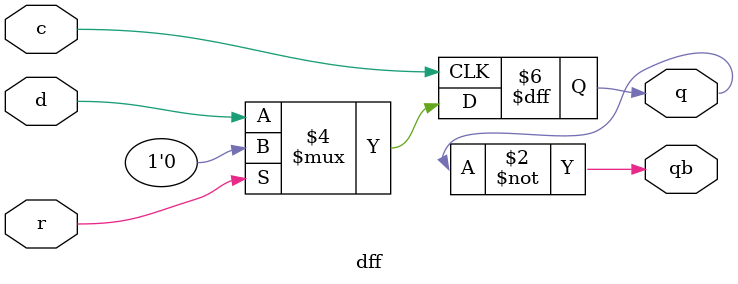
<source format=v>
module dff(c,r,d, q,qb);
    input c,r,d;
    output q,qb;
	 reg q;
	 wire qb;
	 always@(posedge c)
	 begin
	 if(r)
	 q<=1'b0;
	 else
	 q<=d;
	 end
	 assign qb=~q;

endmodule

</source>
